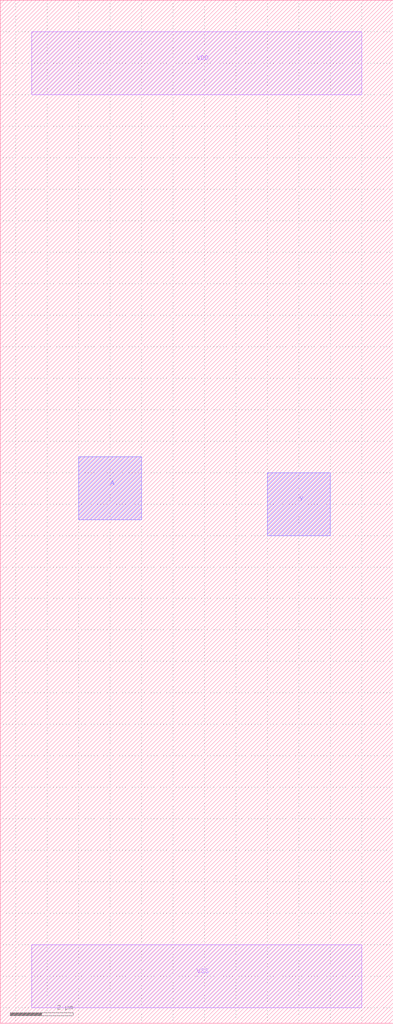
<source format=lef>
# C:/Users/akita/Documents/buf1.lef
# Created by Glade release version 4.7.35 compiled on May 19 2020 19:14:35
# Run by akita on host LAPTOP-E0CJ65QR at Wed Jun  3 17:32:10 2020

VERSION 5.6 ;
NAMESCASESENSITIVE ON ;
BUSBITCHARS "[]" ;
DIVIDERCHAR "/"  ;
UNITS
    DATABASE MICRONS 1000 ;
END UNITS

MACRO buf1
    CLASS core ;
    FOREIGN buf1 -1.500 -1.500 ;
    ORIGIN 1.500 1.500 ;
    SIZE 12.500 BY 32.500 ;
    PIN Y
        DIRECTION OUTPUT ;
        USE SIGNAL ;
        PORT
        LAYER ML2 ;
        RECT 7.000 14.000 9.000 16.000 ;
        LAYER ML1 ;
        RECT 7.000 14.000 9.000 16.000 ;
        END
    END Y
    PIN VDD
        DIRECTION INOUT ;
        USE POWER ;
        PORT
        LAYER ML1 ;
        RECT -0.500 28.000 10.000 30.000 ;
        END
    END VDD
    PIN VSS
        DIRECTION INOUT ;
        USE GROUND ;
        PORT
        LAYER ML1 ;
        RECT -0.500 -1.000 10.000 1.000 ;
        END
    END VSS
    PIN A
        DIRECTION INPUT ;
        USE SIGNAL ;
        PORT
        LAYER ML2 ;
        RECT 1.000 14.500 3.000 16.500 ;
        LAYER ML1 ;
        RECT 1.000 14.500 3.000 16.500 ;
        END
    END A
    OBS
    END
END buf1

END LIBRARY

</source>
